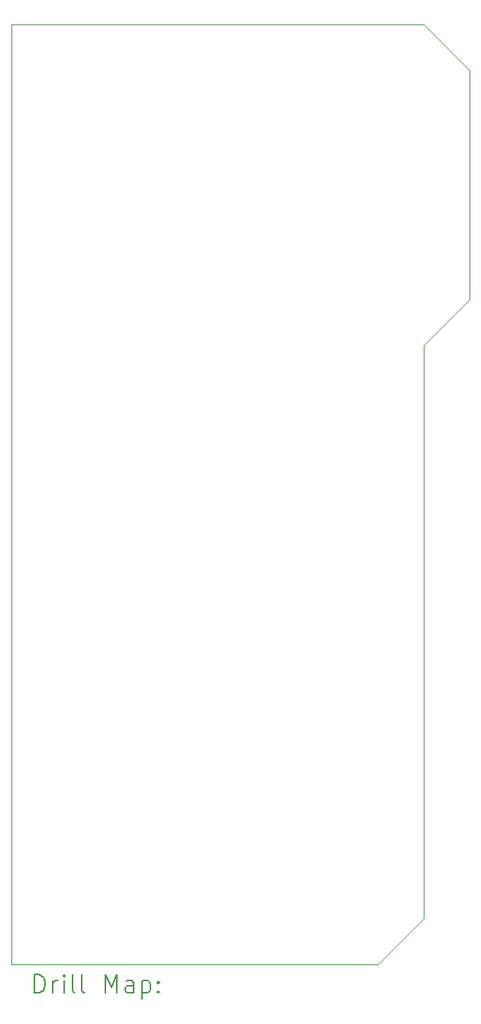
<source format=gbr>
%FSLAX45Y45*%
G04 Gerber Fmt 4.5, Leading zero omitted, Abs format (unit mm)*
G04 Created by KiCad (PCBNEW 6.0.2+dfsg-1) date 2023-09-16 22:12:09*
%MOMM*%
%LPD*%
G01*
G04 APERTURE LIST*
%TA.AperFunction,Profile*%
%ADD10C,0.050000*%
%TD*%
%ADD11C,0.200000*%
G04 APERTURE END LIST*
D10*
X13970000Y-4318000D02*
X13970000Y-6858000D01*
X13970000Y-6858000D02*
X13462000Y-7366000D01*
X13462000Y-7366000D02*
X13462000Y-13716000D01*
X13462000Y-13716000D02*
X12954000Y-14224000D01*
X12954000Y-14224000D02*
X8890000Y-14224000D01*
X8890000Y-14224000D02*
X8890000Y-3810000D01*
X8890000Y-3810000D02*
X13462000Y-3810000D01*
X13462000Y-3810000D02*
X13970000Y-4318000D01*
D11*
X9145119Y-14536976D02*
X9145119Y-14336976D01*
X9192738Y-14336976D01*
X9221310Y-14346500D01*
X9240357Y-14365548D01*
X9249881Y-14384595D01*
X9259405Y-14422690D01*
X9259405Y-14451262D01*
X9249881Y-14489357D01*
X9240357Y-14508405D01*
X9221310Y-14527452D01*
X9192738Y-14536976D01*
X9145119Y-14536976D01*
X9345119Y-14536976D02*
X9345119Y-14403643D01*
X9345119Y-14441738D02*
X9354643Y-14422690D01*
X9364167Y-14413167D01*
X9383214Y-14403643D01*
X9402262Y-14403643D01*
X9468929Y-14536976D02*
X9468929Y-14403643D01*
X9468929Y-14336976D02*
X9459405Y-14346500D01*
X9468929Y-14356024D01*
X9478452Y-14346500D01*
X9468929Y-14336976D01*
X9468929Y-14356024D01*
X9592738Y-14536976D02*
X9573690Y-14527452D01*
X9564167Y-14508405D01*
X9564167Y-14336976D01*
X9697500Y-14536976D02*
X9678452Y-14527452D01*
X9668929Y-14508405D01*
X9668929Y-14336976D01*
X9926071Y-14536976D02*
X9926071Y-14336976D01*
X9992738Y-14479833D01*
X10059405Y-14336976D01*
X10059405Y-14536976D01*
X10240357Y-14536976D02*
X10240357Y-14432214D01*
X10230833Y-14413167D01*
X10211786Y-14403643D01*
X10173690Y-14403643D01*
X10154643Y-14413167D01*
X10240357Y-14527452D02*
X10221310Y-14536976D01*
X10173690Y-14536976D01*
X10154643Y-14527452D01*
X10145119Y-14508405D01*
X10145119Y-14489357D01*
X10154643Y-14470309D01*
X10173690Y-14460786D01*
X10221310Y-14460786D01*
X10240357Y-14451262D01*
X10335595Y-14403643D02*
X10335595Y-14603643D01*
X10335595Y-14413167D02*
X10354643Y-14403643D01*
X10392738Y-14403643D01*
X10411786Y-14413167D01*
X10421310Y-14422690D01*
X10430833Y-14441738D01*
X10430833Y-14498881D01*
X10421310Y-14517928D01*
X10411786Y-14527452D01*
X10392738Y-14536976D01*
X10354643Y-14536976D01*
X10335595Y-14527452D01*
X10516548Y-14517928D02*
X10526071Y-14527452D01*
X10516548Y-14536976D01*
X10507024Y-14527452D01*
X10516548Y-14517928D01*
X10516548Y-14536976D01*
X10516548Y-14413167D02*
X10526071Y-14422690D01*
X10516548Y-14432214D01*
X10507024Y-14422690D01*
X10516548Y-14413167D01*
X10516548Y-14432214D01*
M02*

</source>
